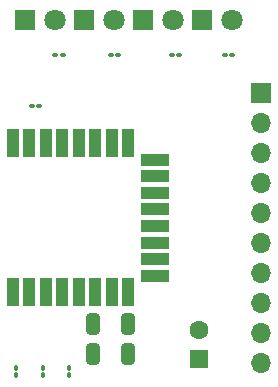
<source format=gbr>
%TF.GenerationSoftware,KiCad,Pcbnew,7.0.10*%
%TF.CreationDate,2024-02-28T22:59:02-05:00*%
%TF.ProjectId,DW1000 BU-01,44573130-3030-4204-9255-2d30312e6b69,rev?*%
%TF.SameCoordinates,Original*%
%TF.FileFunction,Soldermask,Top*%
%TF.FilePolarity,Negative*%
%FSLAX46Y46*%
G04 Gerber Fmt 4.6, Leading zero omitted, Abs format (unit mm)*
G04 Created by KiCad (PCBNEW 7.0.10) date 2024-02-28 22:59:02*
%MOMM*%
%LPD*%
G01*
G04 APERTURE LIST*
G04 Aperture macros list*
%AMRoundRect*
0 Rectangle with rounded corners*
0 $1 Rounding radius*
0 $2 $3 $4 $5 $6 $7 $8 $9 X,Y pos of 4 corners*
0 Add a 4 corners polygon primitive as box body*
4,1,4,$2,$3,$4,$5,$6,$7,$8,$9,$2,$3,0*
0 Add four circle primitives for the rounded corners*
1,1,$1+$1,$2,$3*
1,1,$1+$1,$4,$5*
1,1,$1+$1,$6,$7*
1,1,$1+$1,$8,$9*
0 Add four rect primitives between the rounded corners*
20,1,$1+$1,$2,$3,$4,$5,0*
20,1,$1+$1,$4,$5,$6,$7,0*
20,1,$1+$1,$6,$7,$8,$9,0*
20,1,$1+$1,$8,$9,$2,$3,0*%
G04 Aperture macros list end*
%ADD10RoundRect,0.100000X0.130000X0.100000X-0.130000X0.100000X-0.130000X-0.100000X0.130000X-0.100000X0*%
%ADD11R,1.800000X1.800000*%
%ADD12C,1.800000*%
%ADD13RoundRect,0.250000X-0.325000X-0.650000X0.325000X-0.650000X0.325000X0.650000X-0.325000X0.650000X0*%
%ADD14RoundRect,0.100000X-0.100000X0.130000X-0.100000X-0.130000X0.100000X-0.130000X0.100000X0.130000X0*%
%ADD15R,1.700000X1.700000*%
%ADD16O,1.700000X1.700000*%
%ADD17R,1.600000X1.600000*%
%ADD18C,1.600000*%
%ADD19R,1.000000X2.450000*%
%ADD20R,2.450000X1.000000*%
%ADD21RoundRect,0.100000X-0.130000X-0.100000X0.130000X-0.100000X0.130000X0.100000X-0.130000X0.100000X0*%
G04 APERTURE END LIST*
D10*
%TO.C,R5*%
X2725000Y-10250000D03*
X2085000Y-10250000D03*
%TD*%
D11*
%TO.C,D4*%
X16475000Y-3000000D03*
D12*
X19015000Y-3000000D03*
%TD*%
D13*
%TO.C,C2*%
X7275000Y-28750000D03*
X10225000Y-28750000D03*
%TD*%
D11*
%TO.C,D3*%
X11475000Y-3000000D03*
D12*
X14015000Y-3000000D03*
%TD*%
D13*
%TO.C,C1*%
X7300000Y-31250000D03*
X10250000Y-31250000D03*
%TD*%
D14*
%TO.C,R7*%
X3000000Y-32430000D03*
X3000000Y-33070000D03*
%TD*%
D15*
%TO.C,J1*%
X21500000Y-9210000D03*
D16*
X21500000Y-11750000D03*
X21500000Y-14290000D03*
X21500000Y-16830000D03*
X21500000Y-19370000D03*
X21500000Y-21910000D03*
X21500000Y-24450000D03*
X21500000Y-26990000D03*
X21500000Y-29530000D03*
X21500000Y-32070000D03*
%TD*%
D11*
%TO.C,D1*%
X1475000Y-3000000D03*
D12*
X4015000Y-3000000D03*
%TD*%
D10*
%TO.C,R3*%
X14570000Y-6000000D03*
X13930000Y-6000000D03*
%TD*%
D17*
%TO.C,C3*%
X16250000Y-31750000D03*
D18*
X16250000Y-29250000D03*
%TD*%
D19*
%TO.C,DWM1*%
X451200Y-26050000D03*
X1851200Y-26050000D03*
X3251200Y-26050000D03*
X4651200Y-26050000D03*
X6051200Y-26050000D03*
X7451200Y-26050000D03*
X8851200Y-26050000D03*
X10251200Y-26050000D03*
D20*
X12546200Y-24650000D03*
X12546200Y-23250000D03*
X12546200Y-21850000D03*
X12546200Y-20450000D03*
X12546200Y-19050000D03*
X12546200Y-17650000D03*
X12546200Y-16250000D03*
X12546200Y-14850000D03*
D19*
X10250000Y-13450000D03*
X8850000Y-13450000D03*
X7451200Y-13450000D03*
X6051200Y-13450000D03*
X4651200Y-13450000D03*
X3251200Y-13450000D03*
X1851200Y-13450000D03*
X451200Y-13450000D03*
%TD*%
D11*
%TO.C,D2*%
X6475000Y-3000000D03*
D12*
X9015000Y-3000000D03*
%TD*%
D10*
%TO.C,R2*%
X9415000Y-6000000D03*
X8775000Y-6000000D03*
%TD*%
D21*
%TO.C,R4*%
X18430000Y-6000000D03*
X19070000Y-6000000D03*
%TD*%
D10*
%TO.C,R1*%
X4725000Y-6000000D03*
X4085000Y-6000000D03*
%TD*%
D14*
%TO.C,R6*%
X750000Y-32430000D03*
X750000Y-33070000D03*
%TD*%
%TO.C,R8*%
X5250000Y-32430000D03*
X5250000Y-33070000D03*
%TD*%
M02*

</source>
